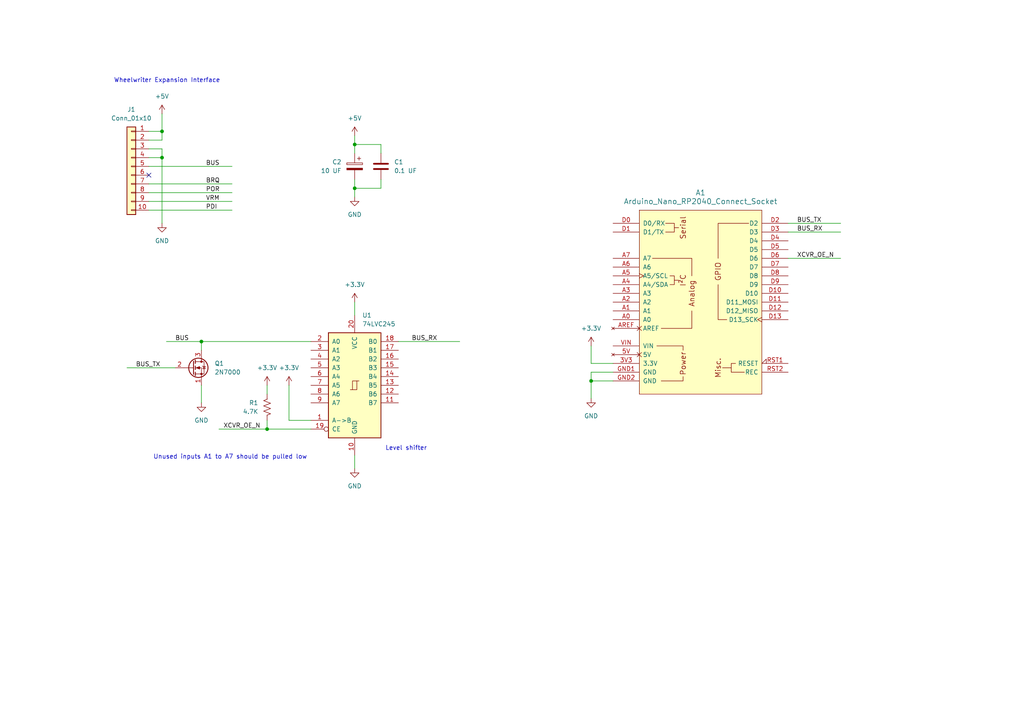
<source format=kicad_sch>
(kicad_sch (version 20230121) (generator eeschema)
  (paper "A4")
  (title_block (title "Wheelwriter Interface Board v1"))
  (lib_symbols
    (symbol "74xx:74LS245" (pin_names (offset 1.016))
      (property "Reference" "U" (at -7.62 16.51 0))
      (property "Value" "74LS245" (at -7.62 -16.51 0))
      (symbol "74LS245_1_0"
        (polyline (pts (xy -0.635 -1.27) (xy -0.635 1.27) (xy 0.635 1.27)))
        (polyline (pts (xy -1.27 -1.27) (xy 0.635 -1.27) (xy 0.635 1.27) (xy 1.27 1.27)))
        (pin input line (at -12.7 -10.16 0) (length 5.08) (name "A->B") (number "1"))
        (pin power_in line (at 0 -20.32 90) (length 5.08) (name "GND") (number "10"))
        (pin tri_state line (at 12.7 -5.08 180) (length 5.08) (name "B7") (number "11"))
        (pin tri_state line (at 12.7 -2.54 180) (length 5.08) (name "B6") (number "12"))
        (pin tri_state line (at 12.7 0 180) (length 5.08) (name "B5") (number "13"))
        (pin tri_state line (at 12.7 2.54 180) (length 5.08) (name "B4") (number "14"))
        (pin tri_state line (at 12.7 5.08 180) (length 5.08) (name "B3") (number "15"))
        (pin tri_state line (at 12.7 7.62 180) (length 5.08) (name "B2") (number "16"))
        (pin tri_state line (at 12.7 10.16 180) (length 5.08) (name "B1") (number "17"))
        (pin tri_state line (at 12.7 12.7 180) (length 5.08) (name "B0") (number "18"))
        (pin input inverted (at -12.7 -12.7 0) (length 5.08) (name "CE") (number "19"))
        (pin tri_state line (at -12.7 12.7 0) (length 5.08) (name "A0") (number "2"))
        (pin power_in line (at 0 20.32 270) (length 5.08) (name "VCC") (number "20"))
        (pin tri_state line (at -12.7 10.16 0) (length 5.08) (name "A1") (number "3"))
        (pin tri_state line (at -12.7 7.62 0) (length 5.08) (name "A2") (number "4"))
        (pin tri_state line (at -12.7 5.08 0) (length 5.08) (name "A3") (number "5"))
        (pin tri_state line (at -12.7 2.54 0) (length 5.08) (name "A4") (number "6"))
        (pin tri_state line (at -12.7 0 0) (length 5.08) (name "A5") (number "7"))
        (pin tri_state line (at -12.7 -2.54 0) (length 5.08) (name "A6") (number "8"))
        (pin tri_state line (at -12.7 -5.08 0) (length 5.08) (name "A7") (number "9"))
      )
      (symbol "74LS245_1_1"
        (rectangle (start -7.62 15.24) (end 7.62 -15.24) (stroke (width 0.254)) (fill (type background)))
      )
    )
    (symbol "Connector_Generic:Conn_01x10" (pin_names (offset 1.016) hide)
      (property "Reference" "J" (at 0 12.7 0))
      (property "Value" "Conn_01x10" (at 0 -15.24 0))
      (symbol "Conn_01x10_1_1"
        (rectangle (start -1.27 -12.573) (end 0 -12.827) (stroke (width 0.1524)))
        (rectangle (start -1.27 -10.033) (end 0 -10.287) (stroke (width 0.1524)))
        (rectangle (start -1.27 -7.493) (end 0 -7.747) (stroke (width 0.1524)))
        (rectangle (start -1.27 -4.953) (end 0 -5.207) (stroke (width 0.1524)))
        (rectangle (start -1.27 -2.413) (end 0 -2.667) (stroke (width 0.1524)))
        (rectangle (start -1.27 0.127) (end 0 -0.127) (stroke (width 0.1524)))
        (rectangle (start -1.27 2.667) (end 0 2.413) (stroke (width 0.1524)))
        (rectangle (start -1.27 5.207) (end 0 4.953) (stroke (width 0.1524)))
        (rectangle (start -1.27 7.747) (end 0 7.493) (stroke (width 0.1524)))
        (rectangle (start -1.27 10.287) (end 0 10.033) (stroke (width 0.1524)))
        (rectangle (start -1.27 11.43) (end 1.27 -13.97) (stroke (width 0.254)) (fill (type background)))
        (pin passive line (at -5.08 10.16 0) (length 3.81) (name "Pin_1") (number "1"))
        (pin passive line (at -5.08 -12.7 0) (length 3.81) (name "Pin_10") (number "10"))
        (pin passive line (at -5.08 7.62 0) (length 3.81) (name "Pin_2") (number "2"))
        (pin passive line (at -5.08 5.08 0) (length 3.81) (name "Pin_3") (number "3"))
        (pin passive line (at -5.08 2.54 0) (length 3.81) (name "Pin_4") (number "4"))
        (pin passive line (at -5.08 0 0) (length 3.81) (name "Pin_5") (number "5"))
        (pin passive line (at -5.08 -2.54 0) (length 3.81) (name "Pin_6") (number "6"))
        (pin passive line (at -5.08 -5.08 0) (length 3.81) (name "Pin_7") (number "7"))
        (pin passive line (at -5.08 -7.62 0) (length 3.81) (name "Pin_8") (number "8"))
        (pin passive line (at -5.08 -10.16 0) (length 3.81) (name "Pin_9") (number "9"))
      )
    )
    (symbol "Device:C" (pin_numbers hide) (pin_names (offset 0.254))
      (property "Reference" "C" (at 0.635 2.54 0))
      (property "Value" "C" (at 0.635 -2.54 0))
      (symbol "C_0_1"
        (polyline (pts (xy -2.032 -0.762) (xy 2.032 -0.762)) (stroke (width 0.508)))
        (polyline (pts (xy -2.032 0.762) (xy 2.032 0.762)) (stroke (width 0.508)))
      )
      (symbol "C_1_1"
        (pin passive line (at 0 3.81 270) (length 2.794) (name "~") (number "1"))
        (pin passive line (at 0 -3.81 90) (length 2.794) (name "~") (number "2"))
      )
    )
    (symbol "Device:C_Polarized" (pin_numbers hide) (pin_names (offset 0.254))
      (property "Reference" "C" (at 0.635 2.54 0))
      (property "Value" "C_Polarized" (at 0.635 -2.54 0))
      (symbol "C_Polarized_0_1"
        (rectangle (start -2.286 0.508) (end 2.286 1.016))
        (polyline (pts (xy -1.778 2.286) (xy -0.762 2.286)))
        (polyline (pts (xy -1.27 2.794) (xy -1.27 1.778)))
        (rectangle (start 2.286 -0.508) (end -2.286 -1.016) (fill (type outline)))
      )
      (symbol "C_Polarized_1_1"
        (pin passive line (at 0 3.81 270) (length 2.794) (name "~") (number "1"))
        (pin passive line (at 0 -3.81 90) (length 2.794) (name "~") (number "2"))
      )
    )
    (symbol "Device:R_US" (pin_numbers hide) (pin_names (offset 0))
      (property "Reference" "R" (at 2.54 0 90))
      (property "Value" "R_US" (at -2.54 0 90))
      (symbol "R_US_0_1"
        (polyline (pts (xy 0 -2.286) (xy 0 -2.54)))
        (polyline (pts (xy 0 2.286) (xy 0 2.54)))
        (polyline (pts (xy 0 -0.762) (xy 1.016 -1.143) (xy 0 -1.524) (xy -1.016 -1.905) (xy 0 -2.286)))
        (polyline (pts (xy 0 0.762) (xy 1.016 0.381) (xy 0 0) (xy -1.016 -0.381) (xy 0 -0.762)))
        (polyline (pts (xy 0 2.286) (xy 1.016 1.905) (xy 0 1.524) (xy -1.016 1.143) (xy 0 0.762)))
      )
      (symbol "R_US_1_1"
        (pin passive line (at 0 3.81 270) (length 1.27) (name "~") (number "1"))
        (pin passive line (at 0 -3.81 90) (length 1.27) (name "~") (number "2"))
      )
    )
    (symbol "PCM_arduino-library:Arduino_Nano_RP2040_Connect_Socket" (pin_names (offset 1.016))
      (property "Reference" "A" (at 0 33.02 0))
      (property "Value" "Arduino_Nano_RP2040_Connect_Socket" (at 0 29.21 0))
      (symbol "Arduino_Nano_RP2040_Connect_Socket_0_0"
        (rectangle (start -17.78 26.67) (end 17.78 -26.67) (fill (type background)))
        (polyline (pts (xy -7.62 6.35) (xy -6.35 6.35)))
        (polyline (pts (xy -7.62 21.59) (xy -6.35 21.59)))
        (polyline (pts (xy 8.89 -19.05) (xy 6.35 -19.05)))
        (polyline (pts (xy -11.43 -22.86) (xy -5.08 -22.86) (xy -5.08 -21.59)))
        (polyline (pts (xy -5.08 -13.97) (xy -5.08 -12.7) (xy -12.7 -12.7)))
        (polyline (pts (xy -10.16 22.86) (xy -7.62 22.86) (xy -7.62 20.32) (xy -10.16 20.32)))
        (polyline (pts (xy -8.89 7.62) (xy -7.62 7.62) (xy -7.62 5.08) (xy -8.89 5.08)))
        (text "Analog" (at -2.54 2.54 900) (effects (font (size 1.524 1.524))))
        (text "I²C" (at -5.08 6.35 900) (effects (font (size 1.524 1.524))))
        (text "Misc." (at 5.08 -19.05 900) (effects (font (size 1.524 1.524))))
        (text "Power" (at -5.08 -17.78 900) (effects (font (size 1.524 1.524))))
        (text "Serial" (at -5.08 21.59 900) (effects (font (size 1.524 1.524))))
      )
      (symbol "Arduino_Nano_RP2040_Connect_Socket_0_1"
        (polyline (pts (xy -13.97 12.7) (xy -2.54 12.7) (xy -2.54 7.62)))
        (polyline (pts (xy -11.43 -7.62) (xy -2.54 -7.62) (xy -2.54 -2.54)))
        (polyline (pts (xy 7.62 -5.08) (xy 5.08 -5.08) (xy 5.08 5.08)))
        (polyline (pts (xy 13.97 22.86) (xy 5.08 22.86) (xy 5.08 12.7)))
        (polyline (pts (xy 10.16 -17.78) (xy 8.89 -17.78) (xy 8.89 -20.32) (xy 12.7 -20.32)))
      )
      (symbol "Arduino_Nano_RP2040_Connect_Socket_1_0"
        (text "GPIO" (at 5.08 8.89 900) (effects (font (size 1.524 1.524))))
      )
      (symbol "Arduino_Nano_RP2040_Connect_Socket_1_1"
        (pin power_in line (at -25.4 -17.78 0) (length 7.62) (name "3.3V") (number "3V3"))
        (pin no_connect non_logic (at -25.4 -15.24 0) (length 7.62) (name "5V") (number "5V"))
        (pin bidirectional line (at -25.4 -5.08 0) (length 7.62) (name "A0") (number "A0"))
        (pin bidirectional line (at -25.4 -2.54 0) (length 7.62) (name "A1") (number "A1"))
        (pin bidirectional line (at -25.4 0 0) (length 7.62) (name "A2") (number "A2"))
        (pin bidirectional line (at -25.4 2.54 0) (length 7.62) (name "A3") (number "A3"))
        (pin bidirectional line (at -25.4 5.08 0) (length 7.62) (name "A4/SDA") (number "A4"))
        (pin bidirectional clock (at -25.4 7.62 0) (length 7.62) (name "A5/SCL") (number "A5"))
        (pin input line (at -25.4 10.16 0) (length 7.62) (name "A6") (number "A6"))
        (pin input line (at -25.4 12.7 0) (length 7.62) (name "A7") (number "A7"))
        (pin no_connect non_logic (at -25.4 -7.62 0) (length 7.62) (name "AREF") (number "AREF"))
        (pin bidirectional line (at -25.4 22.86 0) (length 7.62) (name "D0/RX") (number "D0"))
        (pin bidirectional line (at -25.4 20.32 0) (length 7.62) (name "D1/TX") (number "D1"))
        (pin bidirectional line (at 25.4 2.54 180) (length 7.62) (name "D10") (number "D10"))
        (pin bidirectional line (at 25.4 0 180) (length 7.62) (name "D11_MOSI") (number "D11"))
        (pin bidirectional line (at 25.4 -2.54 180) (length 7.62) (name "D12_MISO") (number "D12"))
        (pin bidirectional clock (at 25.4 -5.08 180) (length 7.62) (name "D13_SCK") (number "D13"))
        (pin bidirectional line (at 25.4 22.86 180) (length 7.62) (name "D2") (number "D2"))
        (pin bidirectional line (at 25.4 20.32 180) (length 7.62) (name "D3") (number "D3"))
        (pin bidirectional line (at 25.4 17.78 180) (length 7.62) (name "D4") (number "D4"))
        (pin bidirectional line (at 25.4 15.24 180) (length 7.62) (name "D5") (number "D5"))
        (pin bidirectional line (at 25.4 12.7 180) (length 7.62) (name "D6") (number "D6"))
        (pin bidirectional line (at 25.4 10.16 180) (length 7.62) (name "D7") (number "D7"))
        (pin bidirectional line (at 25.4 7.62 180) (length 7.62) (name "D8") (number "D8"))
        (pin bidirectional line (at 25.4 5.08 180) (length 7.62) (name "D9") (number "D9"))
        (pin power_in line (at -25.4 -20.32 0) (length 7.62) (name "GND") (number "GND1"))
        (pin power_in line (at -25.4 -22.86 0) (length 7.62) (name "GND") (number "GND2"))
        (pin open_collector input_low (at 25.4 -17.78 180) (length 7.62) (name "RESET") (number "RST1"))
        (pin bidirectional line (at 25.4 -20.32 180) (length 7.62) (name "REC") (number "RST2"))
        (pin power_in line (at -25.4 -12.7 0) (length 7.62) (name "VIN") (number "VIN"))
      )
    )
    (symbol "Transistor_FET:2N7000" (pin_names hide)
      (property "Reference" "Q" (at 5.08 1.905 0))
      (property "Value" "2N7000" (at 5.08 0 0))
      (symbol "2N7000_0_1"
        (polyline (pts (xy 0.254 0) (xy -2.54 0)))
        (polyline (pts (xy 0.254 1.905) (xy 0.254 -1.905)) (stroke (width 0.254)))
        (polyline (pts (xy 0.762 -1.27) (xy 0.762 -2.286)) (stroke (width 0.254)))
        (polyline (pts (xy 0.762 0.508) (xy 0.762 -0.508)) (stroke (width 0.254)))
        (polyline (pts (xy 0.762 2.286) (xy 0.762 1.27)) (stroke (width 0.254)))
        (polyline (pts (xy 2.54 2.54) (xy 2.54 1.778)))
        (polyline (pts (xy 2.54 -2.54) (xy 2.54 0) (xy 0.762 0)))
        (polyline (pts (xy 0.762 -1.778) (xy 3.302 -1.778) (xy 3.302 1.778) (xy 0.762 1.778)))
        (polyline (pts (xy 1.016 0) (xy 2.032 0.381) (xy 2.032 -0.381) (xy 1.016 0)) (fill (type outline)))
        (polyline (pts (xy 2.794 0.508) (xy 2.921 0.381) (xy 3.683 0.381) (xy 3.81 0.254)))
        (polyline (pts (xy 3.302 0.381) (xy 2.921 -0.254) (xy 3.683 -0.254) (xy 3.302 0.381)))
        (circle (center 1.651 0) (radius 2.794) (stroke (width 0.254)))
        (circle (center 2.54 -1.778) (radius 0.254) (fill (type outline)))
        (circle (center 2.54 1.778) (radius 0.254) (fill (type outline)))
      )
      (symbol "2N7000_1_1"
        (pin passive line (at 2.54 -5.08 90) (length 2.54) (name "S") (number "1"))
        (pin input line (at -5.08 0 0) (length 2.54) (name "G") (number "2"))
        (pin passive line (at 2.54 5.08 270) (length 2.54) (name "D") (number "3"))
      )
    )
    (symbol "power:+3.3V" (power) (pin_names (offset 0))
      (property "Value" "+3.3V" (at 0 3.556 0))
      (symbol "+3.3V_0_1"
        (polyline (pts (xy -0.762 1.27) (xy 0 2.54)))
        (polyline (pts (xy 0 0) (xy 0 2.54)))
        (polyline (pts (xy 0 2.54) (xy 0.762 1.27)))
      )
      (symbol "+3.3V_1_1"
        (pin power_in line (at 0 0 90) (length 0) hide (name "+3.3V") (number "1"))
      )
    )
    (symbol "power:+5V" (power) (pin_names (offset 0))
      (property "Value" "+5V" (at 0 3.556 0))
      (symbol "+5V_0_1"
        (polyline (pts (xy -0.762 1.27) (xy 0 2.54)))
        (polyline (pts (xy 0 0) (xy 0 2.54)))
        (polyline (pts (xy 0 2.54) (xy 0.762 1.27)))
      )
      (symbol "+5V_1_1"
        (pin power_in line (at 0 0 90) (length 0) hide (name "+5V") (number "1"))
      )
    )
    (symbol "power:GND" (power) (pin_names (offset 0))
      (property "Value" "GND" (at 0 -3.81 0))
      (symbol "GND_0_1"
        (polyline (pts (xy 0 0) (xy 0 -1.27) (xy 1.27 -1.27) (xy 0 -2.54) (xy -1.27 -1.27) (xy 0 -1.27)))
      )
      (symbol "GND_1_1"
        (pin power_in line (at 0 0 270) (length 0) hide (name "GND") (number "1"))
      )
    )
  )
  (junction (at 46.99 38.1))
  (junction (at 58.42 99.06))
  (junction (at 46.99 45.72))
  (junction (at 102.87 41.91))
  (junction (at 102.87 54.61))
  (junction (at 77.47 124.46))
  (junction (at 171.45 110.49))
  (no_connect (at 43.18 50.8))
  (wire (pts (xy 110.49 41.91) (xy 110.49 44.45)))
  (wire (pts (xy 36.83 106.68) (xy 50.8 106.68)))
  (wire (pts (xy 115.57 99.06) (xy 133.35 99.06)))
  (wire (pts (xy 228.6 74.93) (xy 243.84 74.93)))
  (wire (pts (xy 48.26 99.06) (xy 58.42 99.06)))
  (wire (pts (xy 102.87 132.08) (xy 102.87 135.89)))
  (wire (pts (xy 102.87 41.91) (xy 102.87 44.45)))
  (wire (pts (xy 228.6 67.31) (xy 243.84 67.31)))
  (wire (pts (xy 43.18 40.64) (xy 46.99 40.64)))
  (wire (pts (xy 43.18 45.72) (xy 46.99 45.72)))
  (wire (pts (xy 77.47 124.46) (xy 90.17 124.46)))
  (wire (pts (xy 90.17 121.92) (xy 83.82 121.92)))
  (wire (pts (xy 102.87 41.91) (xy 110.49 41.91)))
  (wire (pts (xy 43.18 48.26) (xy 67.31 48.26)))
  (wire (pts (xy 43.18 60.96) (xy 67.31 60.96)))
  (wire (pts (xy 171.45 105.41) (xy 171.45 100.33)))
  (wire (pts (xy 110.49 54.61) (xy 110.49 52.07)))
  (wire (pts (xy 58.42 99.06) (xy 58.42 101.6)))
  (wire (pts (xy 177.8 107.95) (xy 171.45 107.95)))
  (wire (pts (xy 43.18 53.34) (xy 67.31 53.34)))
  (wire (pts (xy 77.47 111.76) (xy 77.47 114.3)))
  (wire (pts (xy 58.42 111.76) (xy 58.42 116.84)))
  (wire (pts (xy 43.18 43.18) (xy 46.99 43.18)))
  (wire (pts (xy 43.18 58.42) (xy 67.31 58.42)))
  (wire (pts (xy 171.45 107.95) (xy 171.45 110.49)))
  (wire (pts (xy 102.87 87.63) (xy 102.87 91.44)))
  (wire (pts (xy 177.8 105.41) (xy 171.45 105.41)))
  (wire (pts (xy 46.99 45.72) (xy 46.99 64.77)))
  (wire (pts (xy 63.5 124.46) (xy 77.47 124.46)))
  (wire (pts (xy 46.99 43.18) (xy 46.99 45.72)))
  (wire (pts (xy 228.6 64.77) (xy 243.84 64.77)))
  (wire (pts (xy 177.8 110.49) (xy 171.45 110.49)))
  (wire (pts (xy 102.87 39.37) (xy 102.87 41.91)))
  (wire (pts (xy 102.87 52.07) (xy 102.87 54.61)))
  (wire (pts (xy 43.18 55.88) (xy 67.31 55.88)))
  (wire (pts (xy 46.99 40.64) (xy 46.99 38.1)))
  (wire (pts (xy 83.82 111.76) (xy 83.82 121.92)))
  (wire (pts (xy 102.87 54.61) (xy 110.49 54.61)))
  (wire (pts (xy 58.42 99.06) (xy 90.17 99.06)))
  (wire (pts (xy 43.18 38.1) (xy 46.99 38.1)))
  (wire (pts (xy 102.87 54.61) (xy 102.87 57.15)))
  (wire (pts (xy 77.47 124.46) (xy 77.47 121.92)))
  (wire (pts (xy 171.45 110.49) (xy 171.45 115.57)))
  (wire (pts (xy 46.99 38.1) (xy 46.99 33.02)))
  (text "Unused inputs A1 to A7 should be pulled low\n" (at 44.45 133.35 0) (effects (font (size 1.27 1.27)) (justify left bottom)))
  (text "Level shifter" (at 111.76 130.81 0) (effects (font (size 1.27 1.27)) (justify left bottom)))
  (text "Wheelwriter Expansion Interface" (at 33.02 24.13 0) (effects (font (size 1.27 1.27)) (justify left bottom)))
  (label "BUS" (at 59.69 48.26 0))
  (label "BUS_RX" (at 231.14 67.31 0))
  (label "BRQ" (at 59.69 53.34 0))
  (label "BUS_TX" (at 231.14 64.77 0))
  (label "BUS_TX" (at 39.37 106.68 0))
  (label "PDI" (at 59.69 60.96 0))
  (label "VRM" (at 59.69 58.42 0))
  (label "BUS_RX" (at 119.38 99.06 0))
  (label "POR" (at 59.69 55.88 0))
  (label "XCVR_OE_N" (at 231.14 74.93 0))
  (label "XCVR_OE_N" (at 64.77 124.46 0))
  (label "BUS" (at 50.8 99.06 0))
  (symbol (lib_id "Device:R_US") (at 77.47 118.11 0) (mirror y) (unit 1)
    (property "Reference" "R1" (at 74.93 116.84 0) (effects (justify left)))
    (property "Value" "4.7K" (at 74.93 119.38 0) (effects (justify left)))
  )
  (symbol (lib_id "power:+3.3V") (at 102.87 87.63 0) (unit 1)
    (property "Reference" "#PWR07" (effects hide))
    (property "Value" "+3.3V" (at 102.87 82.55 0))
  )
  (symbol (lib_id "Device:C_Polarized") (at 102.87 48.26 0) (mirror y) (unit 1)
    (property "Reference" "C2" (at 99.06 46.99 0) (effects (justify left)))
    (property "Value" "10 UF" (at 99.06 49.53 0) (effects (justify left)))
  )
  (symbol (lib_id "power:+5V") (at 102.87 39.37 0) (unit 1)
    (property "Reference" "#PWR04" (effects hide))
    (property "Value" "+5V" (at 102.87 34.29 0))
  )
  (symbol (lib_id "power:+3.3V") (at 171.45 100.33 0) (unit 1)
    (property "Reference" "#PWR09" (effects hide))
    (property "Value" "+3.3V" (at 171.45 95.25 0))
  )
  (symbol (lib_id "power:GND") (at 102.87 57.15 0) (unit 1)
    (property "Reference" "#PWR05" (effects hide))
    (property "Value" "GND" (at 102.87 62.23 0))
  )
  (symbol (lib_id "power:+5V") (at 46.99 33.02 0) (unit 1)
    (property "Reference" "#PWR03" (effects hide))
    (property "Value" "+5V" (at 46.99 27.94 0))
  )
  (symbol (lib_id "power:GND") (at 171.45 115.57 0) (unit 1)
    (property "Reference" "#PWR08" (effects hide))
    (property "Value" "GND" (at 171.45 120.65 0))
  )
  (symbol (lib_id "power:GND") (at 102.87 135.89 0) (unit 1)
    (property "Reference" "#PWR06" (effects hide))
    (property "Value" "GND" (at 102.87 140.97 0))
  )
  (symbol (lib_id "Device:C") (at 110.49 48.26 0) (unit 1)
    (property "Reference" "C1" (at 114.3 46.99 0) (effects (justify left)))
    (property "Value" "0.1 UF" (at 114.3 49.53 0) (effects (justify left)))
  )
  (symbol (lib_id "power:GND") (at 46.99 64.77 0) (unit 1)
    (property "Reference" "#PWR02" (effects hide))
    (property "Value" "GND" (at 46.99 69.85 0))
  )
  (symbol (lib_id "power:+3.3V") (at 77.47 111.76 0) (unit 1)
    (property "Reference" "#PWR010" (effects hide))
    (property "Value" "+3.3V" (at 77.47 106.68 0))
  )
  (symbol (lib_id "74xx:74LS245") (at 102.87 111.76 0) (unit 1)
    (property "Reference" "U1" (at 105.0641 91.44 0) (effects (justify left)))
    (property "Value" "74LVC245" (at 105.0641 93.98 0) (effects (justify left)))
    (property "Datasheet" "http://www.ti.com/lit/gpn/sn74LS245" (effects hide))
  )
  (symbol (lib_id "PCM_arduino-library:Arduino_Nano_RP2040_Connect_Socket") (at 203.2 87.63 0) (unit 1)
    (property "Reference" "A1" (at 203.2 55.88 0) (effects (font (size 1.524 1.524))))
    (property "Value" "Arduino_Nano_RP2040_Connect_Socket" (at 203.2 58.42 0) (effects (font (size 1.524 1.524))))
    (property "Footprint" "PCM_arduino-library:Arduino_Nano_Every_Socket" (effects hide))
    (property "Datasheet" "https://docs.arduino.cc/hardware/nano-rp2040-connect" (effects hide))
  )
  (symbol (lib_id "Transistor_FET:2N7000") (at 55.88 106.68 0) (unit 1)
    (property "Reference" "Q1" (at 62.23 105.41 0) (effects (justify left)))
    (property "Value" "2N7000" (at 62.23 107.95 0) (effects (justify left)))
    (property "Footprint" "Package_TO_SOT_THT:TO-92_Inline" (effects hide))
    (property "Datasheet" "https://www.vishay.com/docs/70226/70226.pdf" (effects hide))
  )
  (symbol (lib_id "Connector_Generic:Conn_01x10") (at 38.1 48.26 0) (mirror y) (unit 1)
    (property "Reference" "J1" (at 38.1 31.75 0))
    (property "Value" "Conn_01x10" (at 38.1 34.29 0))
  )
  (symbol (lib_id "power:+3.3V") (at 83.82 111.76 0) (unit 1)
    (property "Reference" "#PWR011" (effects hide))
    (property "Value" "+3.3V" (at 83.82 106.68 0))
  )
  (symbol (lib_id "power:GND") (at 58.42 116.84 0) (unit 1)
    (property "Reference" "#PWR01" (effects hide))
    (property "Value" "GND" (at 58.42 121.92 0))
  )
)
</source>
